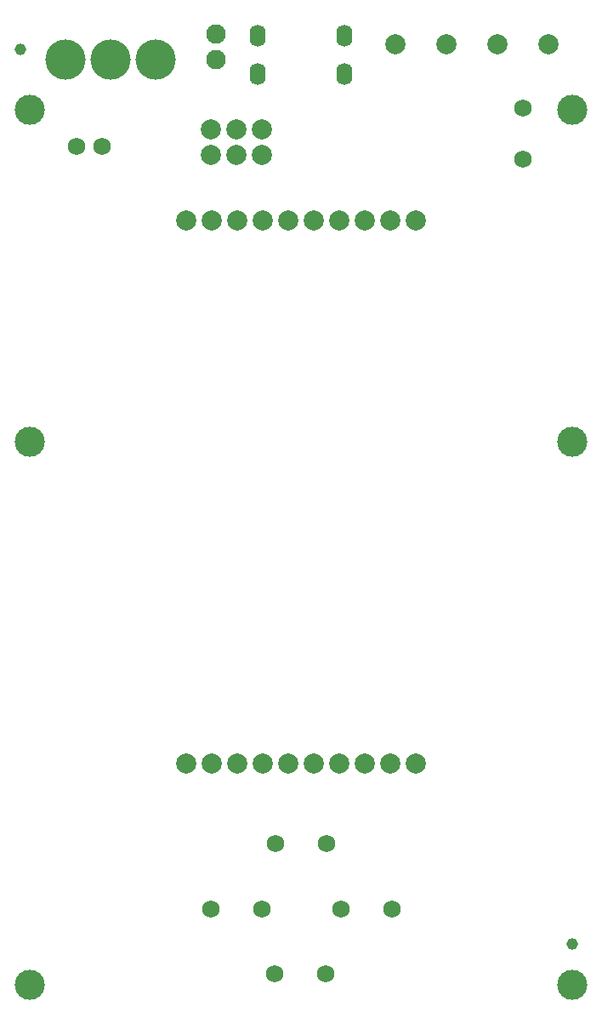
<source format=gbr>
%TF.GenerationSoftware,Altium Limited,Altium Designer,24.0.1 (36)*%
G04 Layer_Color=255*
%FSLAX45Y45*%
%MOMM*%
%TF.SameCoordinates,EF88BD92-104B-4C59-846E-D9FF23BA8C3F*%
%TF.FilePolarity,Positive*%
%TF.FileFunction,Pads,Bot*%
%TF.Part,Single*%
G01*
G75*
%TA.AperFunction,WasherPad*%
%ADD26C,1.15200*%
%TA.AperFunction,ComponentPad*%
%ADD27C,1.75000*%
%TA.AperFunction,ViaPad*%
%ADD28C,3.00000*%
%TA.AperFunction,ComponentPad*%
%ADD29C,2.00000*%
%ADD30C,1.95000*%
%ADD31O,1.60000X2.20000*%
%ADD32C,4.00000*%
D26*
X5700000Y700000D02*
D03*
X200000Y9600000D02*
D03*
D27*
X2604000Y1050000D02*
D03*
X2096000D02*
D03*
X762000Y8636000D02*
D03*
X1016000D02*
D03*
X3244000Y408000D02*
D03*
X2736000D02*
D03*
X3254000Y1700000D02*
D03*
X2746000D02*
D03*
X5207000Y8509000D02*
D03*
Y9017000D02*
D03*
X3904000Y1050000D02*
D03*
X3396000D02*
D03*
D28*
X5700000Y5700000D02*
D03*
X300000D02*
D03*
X5700000Y9000000D02*
D03*
Y300000D02*
D03*
X300000D02*
D03*
Y9000000D02*
D03*
D29*
X2866000Y2500001D02*
D03*
X2612000D02*
D03*
X2358000D02*
D03*
X2104000D02*
D03*
X1850000D02*
D03*
X4136000D02*
D03*
X3882000D02*
D03*
X3628000D02*
D03*
X3374000D02*
D03*
X3120000D02*
D03*
X2866000Y7900001D02*
D03*
X2612000D02*
D03*
X2358000D02*
D03*
X2104000D02*
D03*
X1850000D02*
D03*
X4136000D02*
D03*
X3882000D02*
D03*
X3628000D02*
D03*
X3374000D02*
D03*
X3120000D02*
D03*
X2604000Y8804000D02*
D03*
Y8550000D02*
D03*
X2350000Y8804000D02*
D03*
Y8550000D02*
D03*
X2096000Y8804000D02*
D03*
Y8550000D02*
D03*
X5461000Y9652000D02*
D03*
X4953000D02*
D03*
X3937000D02*
D03*
X4445000D02*
D03*
D30*
X2150000Y9496000D02*
D03*
Y9750000D02*
D03*
D31*
X3432000Y9738000D02*
D03*
X2568000D02*
D03*
Y9358000D02*
D03*
X3432000D02*
D03*
D32*
X650000Y9500000D02*
D03*
X1100000D02*
D03*
X1550000D02*
D03*
%TF.MD5,1ad116e3649d057b77b8c2e1640fd427*%
M02*

</source>
